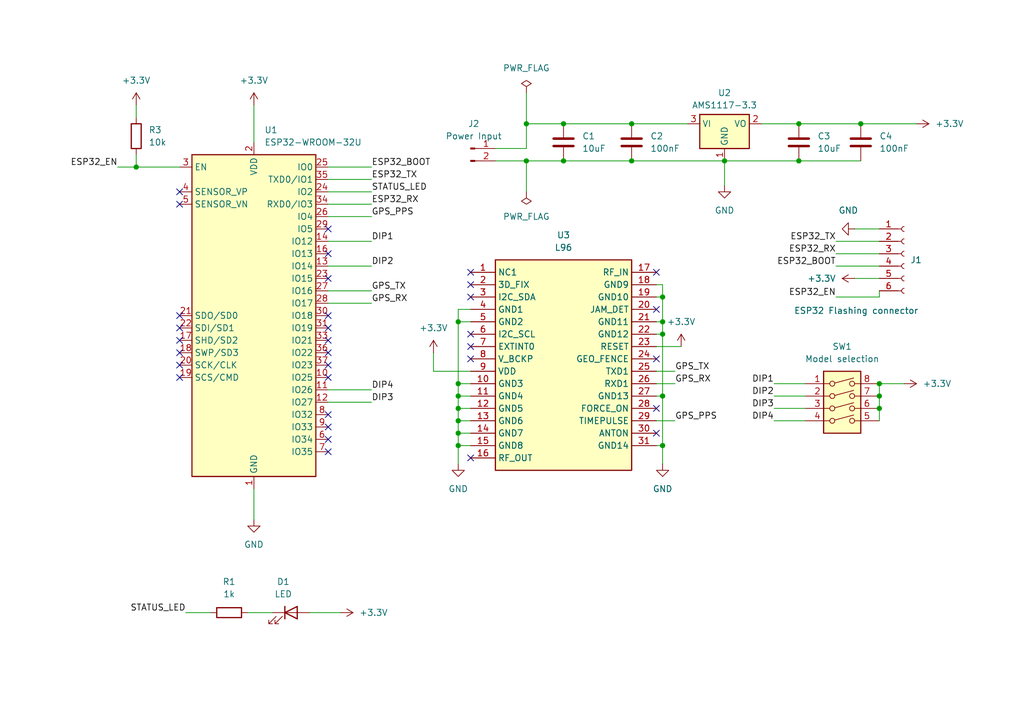
<source format=kicad_sch>
(kicad_sch (version 20250114) (generator "eeschema") (generator_version "9.0")
  (paper "A5")
  (title_block (title "Drone beacon") (rev "1"))
  (lib_symbols
    (symbol "Connector:Conn_01x02_Pin" (pin_names (offset 1.016) (hide yes))
      (property "Reference" "J" (at 0 2.54 0))
      (property "Value" "Conn_01x02_Pin" (at 0 -5.08 0))
      (symbol "Conn_01x02_Pin_1_1"
        (rectangle (start 0.8636 0.127) (end 0 -0.127) (stroke (width 0.1524)) (fill (type outline)))
        (rectangle (start 0.8636 -2.413) (end 0 -2.667) (stroke (width 0.1524)) (fill (type outline)))
        (polyline (pts (xy 1.27 0) (xy 0.8636 0)) (stroke (width 0.1524)))
        (polyline (pts (xy 1.27 -2.54) (xy 0.8636 -2.54)) (stroke (width 0.1524)))
        (pin passive line (at 5.08 0 180) (length 3.81) (name "Pin_1") (number "1"))
        (pin passive line (at 5.08 -2.54 180) (length 3.81) (name "Pin_2") (number "2"))
      )
    )
    (symbol "Connector:Conn_01x06_Socket" (pin_names (offset 1.016) (hide yes))
      (property "Reference" "J" (at 0 7.62 0))
      (property "Value" "Conn_01x06_Socket" (at 0 -10.16 0))
      (symbol "Conn_01x06_Socket_1_1"
        (polyline (pts (xy -1.27 5.08) (xy -0.508 5.08)) (stroke (width 0.1524)))
        (polyline (pts (xy -1.27 2.54) (xy -0.508 2.54)) (stroke (width 0.1524)))
        (polyline (pts (xy -1.27 0) (xy -0.508 0)) (stroke (width 0.1524)))
        (polyline (pts (xy -1.27 -2.54) (xy -0.508 -2.54)) (stroke (width 0.1524)))
        (polyline (pts (xy -1.27 -5.08) (xy -0.508 -5.08)) (stroke (width 0.1524)))
        (polyline (pts (xy -1.27 -7.62) (xy -0.508 -7.62)) (stroke (width 0.1524)))
        (arc (start 0 4.572) (mid -0.5058 5.08) (end 0 5.588) (stroke (width 0.1524)))
        (arc (start 0 2.032) (mid -0.5058 2.54) (end 0 3.048) (stroke (width 0.1524)))
        (arc (start 0 -0.508) (mid -0.5058 0) (end 0 0.508) (stroke (width 0.1524)))
        (arc (start 0 -3.048) (mid -0.5058 -2.54) (end 0 -2.032) (stroke (width 0.1524)))
        (arc (start 0 -5.588) (mid -0.5058 -5.08) (end 0 -4.572) (stroke (width 0.1524)))
        (arc (start 0 -8.128) (mid -0.5058 -7.62) (end 0 -7.112) (stroke (width 0.1524)))
        (pin passive line (at -5.08 5.08 0) (length 3.81) (name "Pin_1") (number "1"))
        (pin passive line (at -5.08 2.54 0) (length 3.81) (name "Pin_2") (number "2"))
        (pin passive line (at -5.08 0 0) (length 3.81) (name "Pin_3") (number "3"))
        (pin passive line (at -5.08 -2.54 0) (length 3.81) (name "Pin_4") (number "4"))
        (pin passive line (at -5.08 -5.08 0) (length 3.81) (name "Pin_5") (number "5"))
        (pin passive line (at -5.08 -7.62 0) (length 3.81) (name "Pin_6") (number "6"))
      )
    )
    (symbol "Device:C" (pin_numbers (hide yes)) (pin_names (offset 0.254))
      (property "Reference" "C" (at 0.635 2.54 0))
      (property "Value" "C" (at 0.635 -2.54 0))
      (symbol "C_0_1"
        (polyline (pts (xy -2.032 0.762) (xy 2.032 0.762)) (stroke (width 0.508)))
        (polyline (pts (xy -2.032 -0.762) (xy 2.032 -0.762)) (stroke (width 0.508)))
      )
      (symbol "C_1_1"
        (pin passive line (at 0 3.81 270) (length 2.794) (name "~") (number "1"))
        (pin passive line (at 0 -3.81 90) (length 2.794) (name "~") (number "2"))
      )
    )
    (symbol "Device:LED" (pin_numbers (hide yes)) (pin_names (offset 1.016) (hide yes))
      (property "Reference" "D" (at 0 2.54 0))
      (property "Value" "LED" (at 0 -2.54 0))
      (symbol "LED_0_1"
        (polyline (pts (xy -3.048 -0.762) (xy -4.572 -2.286) (xy -3.81 -2.286) (xy -4.572 -2.286) (xy -4.572 -1.524)))
        (polyline (pts (xy -1.778 -0.762) (xy -3.302 -2.286) (xy -2.54 -2.286) (xy -3.302 -2.286) (xy -3.302 -1.524)))
        (polyline (pts (xy -1.27 0) (xy 1.27 0)))
        (polyline (pts (xy -1.27 -1.27) (xy -1.27 1.27)) (stroke (width 0.254)))
        (polyline (pts (xy 1.27 -1.27) (xy 1.27 1.27) (xy -1.27 0) (xy 1.27 -1.27)) (stroke (width 0.254)))
      )
      (symbol "LED_1_1"
        (pin passive line (at -3.81 0 0) (length 2.54) (name "K") (number "1"))
        (pin passive line (at 3.81 0 180) (length 2.54) (name "A") (number "2"))
      )
    )
    (symbol "Device:R" (pin_numbers (hide yes)) (pin_names (offset 0))
      (property "Reference" "R" (at 2.032 0 90))
      (property "Value" "R" (at 0 0 90))
      (symbol "R_0_1"
        (rectangle (start -1.016 -2.54) (end 1.016 2.54) (stroke (width 0.254)))
      )
      (symbol "R_1_1"
        (pin passive line (at 0 3.81 270) (length 1.27) (name "~") (number "1"))
        (pin passive line (at 0 -3.81 90) (length 1.27) (name "~") (number "2"))
      )
    )
    (symbol "L96:L96-M33"
      (property "Reference" "IC" (at 34.29 7.62 0))
      (property "Value" "L96-M33" (at 34.29 5.08 0))
      (symbol "L96-M33_1_1"
        (rectangle (start 5.08 2.54) (end 33.02 -40.64) (stroke (width 0.254)) (fill (type background)))
        (pin passive line (at 0 0 0) (length 5.08) (name "NC1") (number "1"))
        (pin passive line (at 0 -2.54 0) (length 5.08) (name "3D_FIX") (number "2"))
        (pin passive line (at 0 -5.08 0) (length 5.08) (name "I2C_SDA") (number "3"))
        (pin passive line (at 0 -7.62 0) (length 5.08) (name "GND1") (number "4"))
        (pin passive line (at 0 -10.16 0) (length 5.08) (name "GND2") (number "5"))
        (pin passive line (at 0 -12.7 0) (length 5.08) (name "I2C_SCL") (number "6"))
        (pin passive line (at 0 -15.24 0) (length 5.08) (name "EXTINT0") (number "7"))
        (pin passive line (at 0 -17.78 0) (length 5.08) (name "V_BCKP") (number "8"))
        (pin passive line (at 0 -20.32 0) (length 5.08) (name "VDD") (number "9"))
        (pin passive line (at 0 -22.86 0) (length 5.08) (name "GND3") (number "10"))
        (pin passive line (at 0 -25.4 0) (length 5.08) (name "GND4") (number "11"))
        (pin passive line (at 0 -27.94 0) (length 5.08) (name "GND5") (number "12"))
        (pin passive line (at 0 -30.48 0) (length 5.08) (name "GND6") (number "13"))
        (pin passive line (at 0 -33.02 0) (length 5.08) (name "GND7") (number "14"))
        (pin passive line (at 0 -35.56 0) (length 5.08) (name "GND8") (number "15"))
        (pin passive line (at 0 -38.1 0) (length 5.08) (name "RF_OUT") (number "16"))
        (pin passive line (at 38.1 0 180) (length 5.08) (name "RF_IN") (number "17"))
        (pin passive line (at 38.1 -2.54 180) (length 5.08) (name "GND9") (number "18"))
        (pin passive line (at 38.1 -5.08 180) (length 5.08) (name "GND10") (number "19"))
        (pin passive line (at 38.1 -7.62 180) (length 5.08) (name "JAM_DET") (number "20"))
        (pin passive line (at 38.1 -10.16 180) (length 5.08) (name "GND11") (number "21"))
        (pin passive line (at 38.1 -12.7 180) (length 5.08) (name "GND12") (number "22"))
        (pin passive line (at 38.1 -15.24 180) (length 5.08) (name "RESET") (number "23"))
        (pin passive line (at 38.1 -17.78 180) (length 5.08) (name "GEO_FENCE") (number "24"))
        (pin passive line (at 38.1 -20.32 180) (length 5.08) (name "TXD1") (number "25"))
        (pin passive line (at 38.1 -22.86 180) (length 5.08) (name "RXD1") (number "26"))
        (pin passive line (at 38.1 -25.4 180) (length 5.08) (name "GND13") (number "27"))
        (pin passive line (at 38.1 -27.94 180) (length 5.08) (name "FORCE_ON") (number "28"))
        (pin passive line (at 38.1 -30.48 180) (length 5.08) (name "TIMEPULSE") (number "29"))
        (pin passive line (at 38.1 -33.02 180) (length 5.08) (name "ANTON") (number "30"))
        (pin passive line (at 38.1 -35.56 180) (length 5.08) (name "GND14") (number "31"))
      )
    )
    (symbol "RF_Module:ESP32-WROOM-32U"
      (property "Reference" "U" (at -12.7 34.29 0))
      (property "Value" "ESP32-WROOM-32U" (at 1.27 34.29 0))
      (symbol "ESP32-WROOM-32U_0_1"
        (rectangle (start -12.7 33.02) (end 12.7 -33.02) (stroke (width 0.254)) (fill (type background)))
      )
      (symbol "ESP32-WROOM-32U_1_1"
        (pin input line (at -15.24 30.48 0) (length 2.54) (name "EN") (number "3"))
        (pin input line (at -15.24 25.4 0) (length 2.54) (name "SENSOR_VP") (number "4"))
        (pin input line (at -15.24 22.86 0) (length 2.54) (name "SENSOR_VN") (number "5"))
        (pin bidirectional line (at -15.24 0 0) (length 2.54) (name "SDO/SD0") (number "21"))
        (pin bidirectional line (at -15.24 -2.54 0) (length 2.54) (name "SDI/SD1") (number "22"))
        (pin bidirectional line (at -15.24 -5.08 0) (length 2.54) (name "SHD/SD2") (number "17"))
        (pin bidirectional line (at -15.24 -7.62 0) (length 2.54) (name "SWP/SD3") (number "18"))
        (pin bidirectional line (at -15.24 -10.16 0) (length 2.54) (name "SCK/CLK") (number "20"))
        (pin bidirectional line (at -15.24 -12.7 0) (length 2.54) (name "SCS/CMD") (number "19"))
        (pin no_connect line (at -12.7 -27.94 0) (length 2.54) (hide yes) (name "NC") (number "32"))
        (pin power_in line (at 0 35.56 270) (length 2.54) (name "VDD") (number "2"))
        (pin power_in line (at 0 -35.56 90) (length 2.54) (name "GND") (number "1"))
        (pin passive line (at 0 -35.56 90) (length 2.54) (hide yes) (name "GND") (number "15"))
        (pin passive line (at 0 -35.56 90) (length 2.54) (hide yes) (name "GND") (number "38"))
        (pin passive line (at 0 -35.56 90) (length 2.54) (hide yes) (name "GND") (number "39"))
        (pin bidirectional line (at 15.24 30.48 180) (length 2.54) (name "IO0") (number "25"))
        (pin bidirectional line (at 15.24 27.94 180) (length 2.54) (name "TXD0/IO1") (number "35"))
        (pin bidirectional line (at 15.24 25.4 180) (length 2.54) (name "IO2") (number "24"))
        (pin bidirectional line (at 15.24 22.86 180) (length 2.54) (name "RXD0/IO3") (number "34"))
        (pin bidirectional line (at 15.24 20.32 180) (length 2.54) (name "IO4") (number "26"))
        (pin bidirectional line (at 15.24 17.78 180) (length 2.54) (name "IO5") (number "29"))
        (pin bidirectional line (at 15.24 15.24 180) (length 2.54) (name "IO12") (number "14"))
        (pin bidirectional line (at 15.24 12.7 180) (length 2.54) (name "IO13") (number "16"))
        (pin bidirectional line (at 15.24 10.16 180) (length 2.54) (name "IO14") (number "13"))
        (pin bidirectional line (at 15.24 7.62 180) (length 2.54) (name "IO15") (number "23"))
        (pin bidirectional line (at 15.24 5.08 180) (length 2.54) (name "IO16") (number "27"))
        (pin bidirectional line (at 15.24 2.54 180) (length 2.54) (name "IO17") (number "28"))
        (pin bidirectional line (at 15.24 0 180) (length 2.54) (name "IO18") (number "30"))
        (pin bidirectional line (at 15.24 -2.54 180) (length 2.54) (name "IO19") (number "31"))
        (pin bidirectional line (at 15.24 -5.08 180) (length 2.54) (name "IO21") (number "33"))
        (pin bidirectional line (at 15.24 -7.62 180) (length 2.54) (name "IO22") (number "36"))
        (pin bidirectional line (at 15.24 -10.16 180) (length 2.54) (name "IO23") (number "37"))
        (pin bidirectional line (at 15.24 -12.7 180) (length 2.54) (name "IO25") (number "10"))
        (pin bidirectional line (at 15.24 -15.24 180) (length 2.54) (name "IO26") (number "11"))
        (pin bidirectional line (at 15.24 -17.78 180) (length 2.54) (name "IO27") (number "12"))
        (pin bidirectional line (at 15.24 -20.32 180) (length 2.54) (name "IO32") (number "8"))
        (pin bidirectional line (at 15.24 -22.86 180) (length 2.54) (name "IO33") (number "9"))
        (pin input line (at 15.24 -25.4 180) (length 2.54) (name "IO34") (number "6"))
        (pin input line (at 15.24 -27.94 180) (length 2.54) (name "IO35") (number "7"))
      )
    )
    (symbol "Regulator_Linear:AMS1117-3.3"
      (property "Reference" "U" (at -3.81 3.175 0))
      (property "Value" "AMS1117-3.3" (at 0 3.175 0))
      (symbol "AMS1117-3.3_0_1"
        (rectangle (start -5.08 -5.08) (end 5.08 1.905) (stroke (width 0.254)) (fill (type background)))
      )
      (symbol "AMS1117-3.3_1_1"
        (pin power_in line (at -7.62 0 0) (length 2.54) (name "VI") (number "3"))
        (pin power_in line (at 0 -7.62 90) (length 2.54) (name "GND") (number "1"))
        (pin power_out line (at 7.62 0 180) (length 2.54) (name "VO") (number "2"))
      )
    )
    (symbol "Switch:SW_DIP_x04" (pin_names (offset 0) (hide yes))
      (property "Reference" "SW" (at 0 8.89 0))
      (property "Value" "SW_DIP_x04" (at 0 -6.35 0))
      (symbol "SW_DIP_x04_0_0"
        (circle (center -2.032 5.08) (radius 0.508))
        (circle (center -2.032 2.54) (radius 0.508))
        (circle (center -2.032 0) (radius 0.508))
        (circle (center -2.032 -2.54) (radius 0.508))
        (polyline (pts (xy -1.524 5.207) (xy 2.3622 6.2484)))
        (polyline (pts (xy -1.524 2.667) (xy 2.3622 3.7084)))
        (polyline (pts (xy -1.524 0.127) (xy 2.3622 1.1684)))
        (polyline (pts (xy -1.524 -2.3876) (xy 2.3622 -1.3462)))
        (circle (center 2.032 5.08) (radius 0.508))
        (circle (center 2.032 2.54) (radius 0.508))
        (circle (center 2.032 0) (radius 0.508))
        (circle (center 2.032 -2.54) (radius 0.508))
      )
      (symbol "SW_DIP_x04_0_1"
        (rectangle (start -3.81 7.62) (end 3.81 -5.08) (stroke (width 0.254)) (fill (type background)))
      )
      (symbol "SW_DIP_x04_1_1"
        (pin passive line (at -7.62 5.08 0) (length 5.08) (name "~") (number "1"))
        (pin passive line (at -7.62 2.54 0) (length 5.08) (name "~") (number "2"))
        (pin passive line (at -7.62 0 0) (length 5.08) (name "~") (number "3"))
        (pin passive line (at -7.62 -2.54 0) (length 5.08) (name "~") (number "4"))
        (pin passive line (at 7.62 5.08 180) (length 5.08) (name "~") (number "8"))
        (pin passive line (at 7.62 2.54 180) (length 5.08) (name "~") (number "7"))
        (pin passive line (at 7.62 0 180) (length 5.08) (name "~") (number "6"))
        (pin passive line (at 7.62 -2.54 180) (length 5.08) (name "~") (number "5"))
      )
    )
    (symbol "power:+3.3V" (power) (pin_numbers (hide yes)) (pin_names (offset 0) (hide yes))
      (property "Value" "+3.3V" (at 0 3.556 0))
      (symbol "+3.3V_0_1"
        (polyline (pts (xy -0.762 1.27) (xy 0 2.54)))
        (polyline (pts (xy 0 2.54) (xy 0.762 1.27)))
        (polyline (pts (xy 0 0) (xy 0 2.54)))
      )
      (symbol "+3.3V_1_1"
        (pin power_in line (at 0 0 90) (length 0) (name "~") (number "1"))
      )
    )
    (symbol "power:GND" (power) (pin_numbers (hide yes)) (pin_names (offset 0) (hide yes))
      (property "Value" "GND" (at 0 -3.81 0))
      (symbol "GND_0_1"
        (polyline (pts (xy 0 0) (xy 0 -1.27) (xy 1.27 -1.27) (xy 0 -2.54) (xy -1.27 -1.27) (xy 0 -1.27)))
      )
      (symbol "GND_1_1"
        (pin power_in line (at 0 0 270) (length 0) (name "~") (number "1"))
      )
    )
    (symbol "power:PWR_FLAG" (power) (pin_numbers (hide yes)) (pin_names (offset 0) (hide yes))
      (property "Value" "PWR_FLAG" (at 0 3.81 0))
      (symbol "PWR_FLAG_0_0"
        (pin power_out line (at 0 0 90) (length 0) (name "~") (number "1"))
      )
      (symbol "PWR_FLAG_0_1"
        (polyline (pts (xy 0 0) (xy 0 1.27) (xy -1.016 1.905) (xy 0 2.54) (xy 1.016 1.905) (xy 0 1.27)))
      )
    )
  )
  (junction (at 93.98 78.74))
  (junction (at 176.53 25.4))
  (junction (at 107.95 33.02))
  (junction (at 129.54 25.4))
  (junction (at 135.89 81.28))
  (junction (at 180.34 81.28))
  (junction (at 93.98 88.9))
  (junction (at 163.83 33.02))
  (junction (at 163.83 25.4))
  (junction (at 93.98 83.82))
  (junction (at 135.89 68.58))
  (junction (at 135.89 60.96))
  (junction (at 180.34 83.82))
  (junction (at 93.98 66.04))
  (junction (at 180.34 78.74))
  (junction (at 93.98 81.28))
  (junction (at 107.95 25.4))
  (junction (at 148.59 33.02))
  (junction (at 135.89 91.44))
  (junction (at 115.57 25.4))
  (junction (at 93.98 91.44))
  (junction (at 93.98 86.36))
  (junction (at 129.54 33.02))
  (junction (at 115.57 33.02))
  (junction (at 135.89 66.04))
  (junction (at 27.94 34.29))
  (no_connect (at 67.31 57.15))
  (no_connect (at 67.31 77.47))
  (no_connect (at 67.31 64.77))
  (no_connect (at 134.62 88.9))
  (no_connect (at 134.62 55.88))
  (no_connect (at 96.52 73.66))
  (no_connect (at 36.83 69.85))
  (no_connect (at 96.52 71.12))
  (no_connect (at 96.52 58.42))
  (no_connect (at 67.31 87.63))
  (no_connect (at 36.83 64.77))
  (no_connect (at 67.31 46.99))
  (no_connect (at 134.62 63.5))
  (no_connect (at 67.31 72.39))
  (no_connect (at 67.31 92.71))
  (no_connect (at 67.31 52.07))
  (no_connect (at 36.83 77.47))
  (no_connect (at 96.52 68.58))
  (no_connect (at 96.52 60.96))
  (no_connect (at 36.83 74.93))
  (no_connect (at 96.52 55.88))
  (no_connect (at 36.83 39.37))
  (no_connect (at 67.31 74.93))
  (no_connect (at 36.83 72.39))
  (no_connect (at 67.31 85.09))
  (no_connect (at 36.83 41.91))
  (no_connect (at 36.83 67.31))
  (no_connect (at 67.31 90.17))
  (no_connect (at 96.52 93.98))
  (no_connect (at 134.62 73.66))
  (no_connect (at 67.31 69.85))
  (no_connect (at 134.62 83.82))
  (no_connect (at 67.31 67.31))
  (wire (pts (xy 67.31 80.01) (xy 76.2 80.01)))
  (wire (pts (xy 134.62 78.74) (xy 138.43 78.74)))
  (wire (pts (xy 93.98 81.28) (xy 93.98 83.82)))
  (wire (pts (xy 101.6 30.48) (xy 107.95 30.48)))
  (wire (pts (xy 135.89 91.44) (xy 134.62 91.44)))
  (wire (pts (xy 93.98 91.44) (xy 93.98 95.25)))
  (wire (pts (xy 171.45 54.61) (xy 180.34 54.61)))
  (wire (pts (xy 67.31 62.23) (xy 76.2 62.23)))
  (wire (pts (xy 50.8 125.73) (xy 55.88 125.73)))
  (wire (pts (xy 67.31 36.83) (xy 76.2 36.83)))
  (wire (pts (xy 115.57 33.02) (xy 129.54 33.02)))
  (wire (pts (xy 134.62 66.04) (xy 135.89 66.04)))
  (wire (pts (xy 180.34 57.15) (xy 175.26 57.15)))
  (wire (pts (xy 135.89 68.58) (xy 135.89 81.28)))
  (wire (pts (xy 171.45 49.53) (xy 180.34 49.53)))
  (wire (pts (xy 93.98 78.74) (xy 96.52 78.74)))
  (wire (pts (xy 135.89 81.28) (xy 134.62 81.28)))
  (wire (pts (xy 107.95 33.02) (xy 107.95 39.37)))
  (wire (pts (xy 134.62 71.12) (xy 139.7 71.12)))
  (wire (pts (xy 135.89 81.28) (xy 135.89 91.44)))
  (wire (pts (xy 93.98 88.9) (xy 93.98 91.44)))
  (wire (pts (xy 134.62 86.36) (xy 138.43 86.36)))
  (wire (pts (xy 148.59 33.02) (xy 148.59 38.1)))
  (wire (pts (xy 93.98 83.82) (xy 96.52 83.82)))
  (wire (pts (xy 93.98 86.36) (xy 93.98 88.9)))
  (wire (pts (xy 135.89 95.25) (xy 135.89 91.44)))
  (wire (pts (xy 158.75 83.82) (xy 165.1 83.82)))
  (wire (pts (xy 93.98 78.74) (xy 93.98 81.28)))
  (wire (pts (xy 158.75 81.28) (xy 165.1 81.28)))
  (wire (pts (xy 180.34 83.82) (xy 180.34 86.36)))
  (wire (pts (xy 67.31 49.53) (xy 76.2 49.53)))
  (wire (pts (xy 93.98 66.04) (xy 93.98 78.74)))
  (wire (pts (xy 158.75 86.36) (xy 165.1 86.36)))
  (wire (pts (xy 180.34 81.28) (xy 180.34 83.82)))
  (wire (pts (xy 67.31 82.55) (xy 76.2 82.55)))
  (wire (pts (xy 67.31 39.37) (xy 76.2 39.37)))
  (wire (pts (xy 175.26 46.99) (xy 180.34 46.99)))
  (wire (pts (xy 101.6 33.02) (xy 107.95 33.02)))
  (wire (pts (xy 171.45 60.96) (xy 180.34 60.96)))
  (wire (pts (xy 107.95 25.4) (xy 115.57 25.4)))
  (wire (pts (xy 93.98 66.04) (xy 96.52 66.04)))
  (wire (pts (xy 180.34 78.74) (xy 185.42 78.74)))
  (wire (pts (xy 135.89 58.42) (xy 135.89 60.96)))
  (wire (pts (xy 158.75 78.74) (xy 165.1 78.74)))
  (wire (pts (xy 180.34 60.96) (xy 180.34 59.69)))
  (wire (pts (xy 27.94 31.75) (xy 27.94 34.29)))
  (wire (pts (xy 134.62 68.58) (xy 135.89 68.58)))
  (wire (pts (xy 67.31 34.29) (xy 76.2 34.29)))
  (wire (pts (xy 134.62 58.42) (xy 135.89 58.42)))
  (wire (pts (xy 176.53 25.4) (xy 187.96 25.4)))
  (wire (pts (xy 129.54 33.02) (xy 148.59 33.02)))
  (wire (pts (xy 67.31 54.61) (xy 76.2 54.61)))
  (wire (pts (xy 67.31 59.69) (xy 76.2 59.69)))
  (wire (pts (xy 135.89 68.58) (xy 135.89 66.04)))
  (wire (pts (xy 93.98 81.28) (xy 96.52 81.28)))
  (wire (pts (xy 107.95 19.05) (xy 107.95 25.4)))
  (wire (pts (xy 88.9 72.39) (xy 88.9 76.2)))
  (wire (pts (xy 156.21 25.4) (xy 163.83 25.4)))
  (wire (pts (xy 38.1 125.73) (xy 43.18 125.73)))
  (wire (pts (xy 88.9 76.2) (xy 96.52 76.2)))
  (wire (pts (xy 67.31 44.45) (xy 76.2 44.45)))
  (wire (pts (xy 93.98 91.44) (xy 96.52 91.44)))
  (wire (pts (xy 148.59 33.02) (xy 163.83 33.02)))
  (wire (pts (xy 134.62 76.2) (xy 138.43 76.2)))
  (wire (pts (xy 171.45 52.07) (xy 180.34 52.07)))
  (wire (pts (xy 52.07 21.59) (xy 52.07 29.21)))
  (wire (pts (xy 93.98 63.5) (xy 93.98 66.04)))
  (wire (pts (xy 134.62 60.96) (xy 135.89 60.96)))
  (wire (pts (xy 52.07 100.33) (xy 52.07 106.68)))
  (wire (pts (xy 163.83 33.02) (xy 176.53 33.02)))
  (wire (pts (xy 180.34 78.74) (xy 180.34 81.28)))
  (wire (pts (xy 107.95 30.48) (xy 107.95 25.4)))
  (wire (pts (xy 93.98 88.9) (xy 96.52 88.9)))
  (wire (pts (xy 93.98 86.36) (xy 96.52 86.36)))
  (wire (pts (xy 163.83 25.4) (xy 176.53 25.4)))
  (wire (pts (xy 63.5 125.73) (xy 69.85 125.73)))
  (wire (pts (xy 107.95 33.02) (xy 115.57 33.02)))
  (wire (pts (xy 115.57 25.4) (xy 129.54 25.4)))
  (wire (pts (xy 27.94 34.29) (xy 36.83 34.29)))
  (wire (pts (xy 93.98 63.5) (xy 96.52 63.5)))
  (wire (pts (xy 24.13 34.29) (xy 27.94 34.29)))
  (wire (pts (xy 67.31 41.91) (xy 76.2 41.91)))
  (wire (pts (xy 93.98 83.82) (xy 93.98 86.36)))
  (wire (pts (xy 27.94 24.13) (xy 27.94 21.59)))
  (wire (pts (xy 135.89 66.04) (xy 135.89 60.96)))
  (wire (pts (xy 129.54 25.4) (xy 140.97 25.4)))
  (label "ESP32_EN" (at 24.13 34.29 180))
  (label "ESP32_TX" (at 171.45 49.53 180))
  (label "ESP32_BOOT" (at 171.45 54.61 180))
  (label "GPS_TX" (at 138.43 76.2 0))
  (label "DIP2" (at 158.75 81.28 180))
  (label "DIP3" (at 158.75 83.82 180))
  (label "DIP4" (at 76.2 80.01 0))
  (label "DIP1" (at 158.75 78.74 180))
  (label "STATUS_LED" (at 76.2 39.37 0))
  (label "ESP32_RX" (at 76.2 41.91 0))
  (label "DIP2" (at 76.2 54.61 0))
  (label "GPS_TX" (at 76.2 59.69 0))
  (label "GPS_RX" (at 76.2 62.23 0))
  (label "STATUS_LED" (at 38.1 125.73 180))
  (label "GPS_PPS" (at 76.2 44.45 0))
  (label "DIP1" (at 76.2 49.53 0))
  (label "ESP32_RX" (at 171.45 52.07 180))
  (label "ESP32_BOOT" (at 76.2 34.29 0))
  (label "DIP4" (at 158.75 86.36 180))
  (label "DIP3" (at 76.2 82.55 0))
  (label "ESP32_EN" (at 171.45 60.96 180))
  (label "ESP32_TX" (at 76.2 36.83 0))
  (label "GPS_RX" (at 138.43 78.74 0))
  (label "GPS_PPS" (at 138.43 86.36 0))
  (symbol (lib_id "power:PWR_FLAG") (at 107.95 19.05 0) (unit 1)
    (property "Reference" "#FLG01" (effects (hide yes)))
    (property "Value" "PWR_FLAG" (at 107.95 13.97 0))
    (property "Description" "Special symbol for telling ERC where power comes from" (effects (hide yes)))
  )
  (symbol (lib_id "Switch:SW_DIP_x04") (at 172.72 83.82 0) (unit 1)
    (property "Reference" "SW1" (at 172.72 71.12 0))
    (property "Value" "Model selection" (at 172.72 73.66 0))
    (property "Footprint" "Button_Switch_SMD:SW_DIP_SPSTx04_Slide_Copal_CHS-04B_W7.62mm_P1.27mm" (effects (hide yes)))
    (property "Description" "4x DIP Switch, Single Pole Single Throw (SPST) switch, small symbol" (effects (hide yes)))
  )
  (symbol (lib_id "power:+3.3V") (at 69.85 125.73 270) (unit 1)
    (property "Reference" "#PWR03" (effects (hide yes)))
    (property "Value" "+3.3V" (at 73.66 125.7299 90) (effects (justify left)))
    (property "Description" "Power symbol creates a global label with name \"+3.3V\"" (effects (hide yes)))
  )
  (symbol (lib_id "Device:R") (at 46.99 125.73 90) (unit 1)
    (property "Reference" "R1" (at 46.99 119.38 90))
    (property "Value" "1k" (at 46.99 121.92 90))
    (property "Footprint" "Resistor_SMD:R_0402_1005Metric_Pad0.72x0.64mm_HandSolder" (effects (hide yes)))
    (property "Description" "Resistor" (effects (hide yes)))
  )
  (symbol (lib_id "Regulator_Linear:AMS1117-3.3") (at 148.59 25.4 0) (unit 1)
    (property "Reference" "U2" (at 148.59 19.05 0))
    (property "Value" "AMS1117-3.3" (at 148.59 21.59 0))
    (property "Footprint" "Package_TO_SOT_SMD:SOT-223" (effects (hide yes)))
    (property "Datasheet" "http://www.advanced-monolithic.com/pdf/ds1117.pdf" (effects (hide yes)))
    (property "Description" "1A Low Dropout regulator, positive, 3.3V fixed output, SOT-223" (effects (hide yes)))
  )
  (symbol (lib_id "power:+3.3V") (at 139.7 71.12 0) (unit 1)
    (property "Reference" "#PWR012" (effects (hide yes)))
    (property "Value" "+3.3V" (at 139.7 66.04 0))
    (property "Description" "Power symbol creates a global label with name \"+3.3V\"" (effects (hide yes)))
  )
  (symbol (lib_id "power:GND") (at 175.26 46.99 270) (unit 1)
    (property "Reference" "#PWR06" (effects (hide yes)))
    (property "Value" "GND" (at 173.99 43.18 90))
    (property "Description" "Power symbol creates a global label with name \"GND\" , ground" (effects (hide yes)))
  )
  (symbol (lib_id "RF_Module:ESP32-WROOM-32U") (at 52.07 64.77 0) (unit 1)
    (property "Reference" "U1" (at 54.2133 26.67 0) (effects (justify left)))
    (property "Value" "ESP32-WROOM-32U" (at 54.2133 29.21 0) (effects (justify left)))
    (property "Footprint" "RF_Module:ESP32-WROOM-32U" (effects (hide yes)))
    (property "Datasheet" "https://www.espressif.com/sites/default/files/documentation/esp32-wroom-32d_esp32-wroom-32u_datasheet_en.pdf" (effects (hide yes)))
    (property "Description" "RF Module, ESP32-D0WD SoC, Wi-Fi 802.11b/g/n, Bluetooth, BLE, 32-bit, 2.7-3.6V, external antenna, SMD" (effects (hide yes)))
  )
  (symbol (lib_id "Device:C") (at 115.57 29.21 0) (unit 1)
    (property "Reference" "C1" (at 119.38 27.9399 0) (effects (justify left)))
    (property "Value" "10uF" (at 119.38 30.4799 0) (effects (justify left)))
    (property "Footprint" "Capacitor_SMD:C_0402_1005Metric_Pad0.74x0.62mm_HandSolder" (effects (hide yes)))
    (property "Description" "Unpolarized capacitor" (effects (hide yes)))
  )
  (symbol (lib_id "Device:C") (at 163.83 29.21 0) (unit 1)
    (property "Reference" "C3" (at 167.64 27.9399 0) (effects (justify left)))
    (property "Value" "10uF" (at 167.64 30.4799 0) (effects (justify left)))
    (property "Footprint" "Capacitor_SMD:C_0402_1005Metric_Pad0.74x0.62mm_HandSolder" (effects (hide yes)))
    (property "Description" "Unpolarized capacitor" (effects (hide yes)))
  )
  (symbol (lib_id "power:+3.3V") (at 88.9 72.39 0) (unit 1)
    (property "Reference" "#PWR09" (effects (hide yes)))
    (property "Value" "+3.3V" (at 88.9 67.31 0))
    (property "Description" "Power symbol creates a global label with name \"+3.3V\"" (effects (hide yes)))
  )
  (symbol (lib_id "power:GND") (at 52.07 106.68 0) (unit 1)
    (property "Reference" "#PWR04" (effects (hide yes)))
    (property "Value" "GND" (at 52.07 111.76 0))
    (property "Description" "Power symbol creates a global label with name \"GND\" , ground" (effects (hide yes)))
  )
  (symbol (lib_id "Connector:Conn_01x02_Pin") (at 96.52 30.48 0) (unit 1)
    (property "Reference" "J2" (at 97.155 25.4 0))
    (property "Value" "Power Input" (at 97.155 27.94 0))
    (property "Footprint" "Connector_PinHeader_2.00mm:PinHeader_1x02_P2.00mm_Vertical" (effects (hide yes)))
    (property "Description" "Generic connector, single row, 01x02, script generated" (effects (hide yes)))
  )
  (symbol (lib_id "power:GND") (at 93.98 95.25 0) (unit 1)
    (property "Reference" "#PWR010" (effects (hide yes)))
    (property "Value" "GND" (at 93.98 100.33 0))
    (property "Description" "Power symbol creates a global label with name \"GND\" , ground" (effects (hide yes)))
  )
  (symbol (lib_id "power:+3.3V") (at 185.42 78.74 270) (unit 1)
    (property "Reference" "#PWR07" (effects (hide yes)))
    (property "Value" "+3.3V" (at 189.23 78.7399 90) (effects (justify left)))
    (property "Description" "Power symbol creates a global label with name \"+3.3V\"" (effects (hide yes)))
  )
  (symbol (lib_id "Device:C") (at 176.53 29.21 0) (unit 1)
    (property "Reference" "C4" (at 180.34 27.9399 0) (effects (justify left)))
    (property "Value" "100nF" (at 180.34 30.4799 0) (effects (justify left)))
    (property "Footprint" "Capacitor_SMD:C_0402_1005Metric_Pad0.74x0.62mm_HandSolder" (effects (hide yes)))
    (property "Description" "Unpolarized capacitor" (effects (hide yes)))
  )
  (symbol (lib_id "Device:LED") (at 59.69 125.73 0) (unit 1)
    (property "Reference" "D1" (at 58.1025 119.38 0))
    (property "Value" "LED" (at 58.1025 121.92 0))
    (property "Footprint" "LED_SMD:LED_0402_1005Metric_Pad0.77x0.64mm_HandSolder" (effects (hide yes)))
    (property "Description" "Light emitting diode" (effects (hide yes)))
  )
  (symbol (lib_id "power:+3.3V") (at 52.07 21.59 0) (unit 1)
    (property "Reference" "#PWR05" (effects (hide yes)))
    (property "Value" "+3.3V" (at 52.07 16.51 0))
    (property "Description" "Power symbol creates a global label with name \"+3.3V\"" (effects (hide yes)))
  )
  (symbol (lib_id "power:+3.3V") (at 175.26 57.15 90) (unit 1)
    (property "Reference" "#PWR08" (effects (hide yes)))
    (property "Value" "+3.3V" (at 171.45 57.1499 90) (effects (justify left)))
    (property "Description" "Power symbol creates a global label with name \"+3.3V\"" (effects (hide yes)))
  )
  (symbol (lib_id "Connector:Conn_01x06_Socket") (at 185.42 52.07 0) (unit 1)
    (property "Reference" "J1" (at 186.69 53.34 0) (effects (justify left)))
    (property "Value" "ESP32 Flashing connector" (at 162.814 63.754 0) (effects (justify left)))
    (property "Footprint" "Connector_JST:JST_SHL_SM06B-SHLS-TF_1x06-1MP_P1.00mm_Horizontal" (effects (hide yes)))
    (property "Description" "Generic connector, single row, 01x06, script generated" (effects (hide yes)))
  )
  (symbol (lib_id "L96:L96-M33") (at 96.52 55.88 0) (unit 1)
    (property "Reference" "U3" (at 115.57 48.26 0))
    (property "Value" "L96" (at 115.57 50.8 0))
    (property "Footprint" "QUECTEL_L96:L96" (effects (hide yes)))
    (property "Datasheet" "https://www.digikey.com/en/products/detail/quectel/L96-M33/13278244?msockid=3e3afa68a50969ca3057ef1ca4c9684b" (effects (hide yes)))
    (property "Description" "Navigation BeiDou, Galileo, GLONASS, GPS, GNSS Transceiver Module 1.561GHz, 1.575GHz, 1.602GHz Integrated, Chip Surface Mount" (effects (hide yes)))
    (property "Mouser Part Number" "277-L96-M33" (effects (hide yes)))
    (property "Mouser Price/Stock" "https://www.mouser.co.uk/ProductDetail/Quectel/L96-M33?qs=GedFDFLaBXHZlDfU1tecmQ%3D%3D" (effects (hide yes)))
    (property "Manufacturer_Name" "Quectel" (effects (hide yes)))
    (property "Manufacturer_Part_Number" "L96-M33" (effects (hide yes)))
  )
  (symbol (lib_id "power:GND") (at 148.59 38.1 0) (unit 1)
    (property "Reference" "#PWR02" (effects (hide yes)))
    (property "Value" "GND" (at 148.59 43.18 0))
    (property "Description" "Power symbol creates a global label with name \"GND\" , ground" (effects (hide yes)))
  )
  (symbol (lib_id "power:+3.3V") (at 187.96 25.4 270) (unit 1)
    (property "Reference" "#PWR01" (effects (hide yes)))
    (property "Value" "+3.3V" (at 191.77 25.3999 90) (effects (justify left)))
    (property "Description" "Power symbol creates a global label with name \"+3.3V\"" (effects (hide yes)))
  )
  (symbol (lib_id "Device:C") (at 129.54 29.21 0) (unit 1)
    (property "Reference" "C2" (at 133.35 27.9399 0) (effects (justify left)))
    (property "Value" "100nF" (at 133.35 30.4799 0) (effects (justify left)))
    (property "Footprint" "Capacitor_SMD:C_0402_1005Metric_Pad0.74x0.62mm_HandSolder" (effects (hide yes)))
    (property "Description" "Unpolarized capacitor" (effects (hide yes)))
  )
  (symbol (lib_id "power:+3.3V") (at 27.94 21.59 0) (unit 1)
    (property "Reference" "#PWR011" (effects (hide yes)))
    (property "Value" "+3.3V" (at 27.94 16.51 0))
    (property "Description" "Power symbol creates a global label with name \"+3.3V\"" (effects (hide yes)))
  )
  (symbol (lib_id "power:GND") (at 135.89 95.25 0) (unit 1)
    (property "Reference" "#PWR014" (effects (hide yes)))
    (property "Value" "GND" (at 135.89 100.33 0))
    (property "Description" "Power symbol creates a global label with name \"GND\" , ground" (effects (hide yes)))
  )
  (symbol (lib_id "power:PWR_FLAG") (at 107.95 39.37 180) (unit 1)
    (property "Reference" "#FLG02" (effects (hide yes)))
    (property "Value" "PWR_FLAG" (at 107.95 44.45 0))
    (property "Description" "Special symbol for telling ERC where power comes from" (effects (hide yes)))
  )
  (symbol (lib_id "Device:R") (at 27.94 27.94 0) (unit 1)
    (property "Reference" "R3" (at 30.48 26.6699 0) (effects (justify left)))
    (property "Value" "10k" (at 30.48 29.2099 0) (effects (justify left)))
    (property "Footprint" "Resistor_SMD:R_0402_1005Metric_Pad0.72x0.64mm_HandSolder" (effects (hide yes)))
    (property "Description" "Resistor" (effects (hide yes)))
  )
)
</source>
